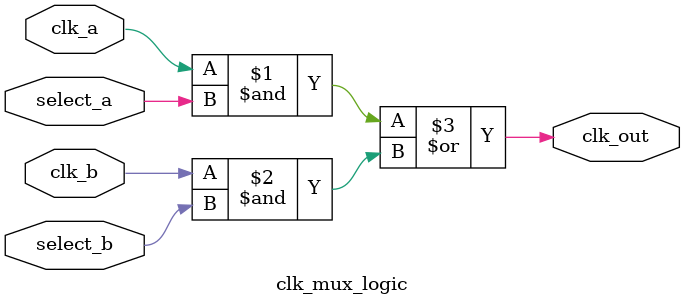
<source format=sv>

module glitch_free_clk_mux(
    input         clk_a,
    input         clk_b,
    input         select,   // 0 for clk_a, 1 for clk_b
    input         rst,
    output        clk_out
);

    // Internal signals for select state
    wire          select_a;
    wire          select_b;

    // Select logic for clk_a domain
    select_a_logic u_select_a_logic (
        .clk_a      (clk_a),
        .rst        (rst),
        .select     (select),
        .select_b   (select_b),
        .select_a   (select_a)
    );

    // Select logic for clk_b domain
    select_b_logic u_select_b_logic (
        .clk_b      (clk_b),
        .rst        (rst),
        .select     (select),
        .select_a   (select_a),
        .select_b   (select_b)
    );

    // Clock output multiplexer logic
    clk_mux_logic u_clk_mux_logic (
        .clk_a      (clk_a),
        .clk_b      (clk_b),
        .select_a   (select_a),
        .select_b   (select_b),
        .clk_out    (clk_out)
    );

endmodule

// -----------------------------------------------------------------------------
// Module: select_a_logic
// Purpose: Generates select_a in clk_a domain ensuring glitch-free operation
// -----------------------------------------------------------------------------
module select_a_logic(
    input      clk_a,
    input      rst,
    input      select,
    input      select_b,
    output reg select_a
);
    always @(negedge clk_a or posedge rst) begin
        if (rst)
            select_a <= 1'b0;
        else
            select_a <= ~(select | select_b);
    end
endmodule

// -----------------------------------------------------------------------------
// Module: select_b_logic
// Purpose: Generates select_b in clk_b domain ensuring glitch-free operation
// -----------------------------------------------------------------------------
module select_b_logic(
    input      clk_b,
    input      rst,
    input      select,
    input      select_a,
    output reg select_b
);
    always @(negedge clk_b or posedge rst) begin
        if (rst)
            select_b <= 1'b0;
        else
            select_b <= select & ~select_a;
    end
endmodule

// -----------------------------------------------------------------------------
// Module: clk_mux_logic
// Purpose: Performs glitch-free clock multiplexing based on select signals
// -----------------------------------------------------------------------------
module clk_mux_logic(
    input      clk_a,
    input      clk_b,
    input      select_a,
    input      select_b,
    output     clk_out
);
    assign clk_out = (clk_a & select_a) | (clk_b & select_b);
endmodule
</source>
